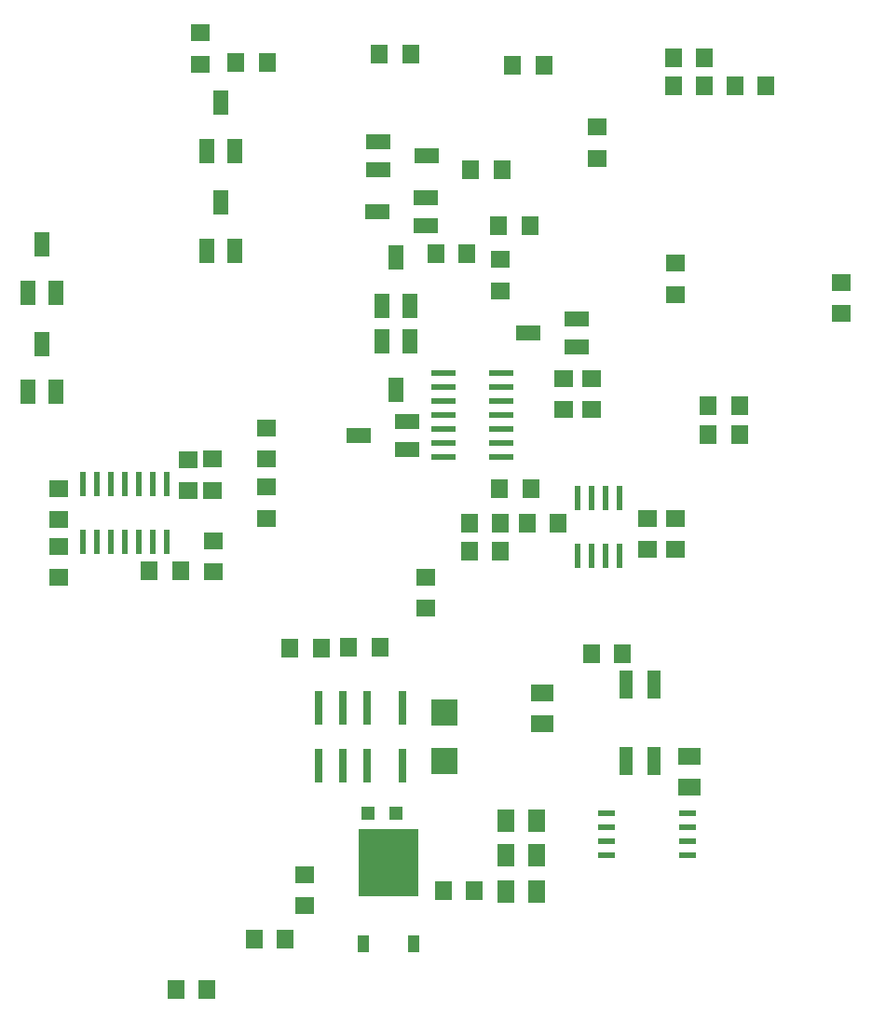
<source format=gbr>
G04 EAGLE Gerber X2 export*
%TF.Part,Single*%
%TF.FileFunction,Paste,Top*%
%TF.FilePolarity,Positive*%
%TF.GenerationSoftware,Autodesk,EAGLE,9.2.2*%
%TF.CreationDate,2019-01-08T14:26:45Z*%
G75*
%MOMM*%
%FSLAX34Y34*%
%LPD*%
%INSolderpaste Top*%
%AMOC8*
5,1,8,0,0,1.08239X$1,22.5*%
G01*
%ADD10R,1.600000X1.800000*%
%ADD11R,1.800000X1.600000*%
%ADD12R,0.600000X2.200000*%
%ADD13R,2.200000X0.600000*%
%ADD14R,0.800000X3.100000*%
%ADD15R,1.270000X2.540000*%
%ADD16R,1.600000X1.803000*%
%ADD17R,1.320800X2.184400*%
%ADD18R,1.803000X1.600000*%
%ADD19R,2.184400X1.320800*%
%ADD20R,2.000000X1.600000*%
%ADD21R,1.600000X2.000000*%
%ADD22R,1.000000X1.600000*%
%ADD23R,5.400000X6.200000*%
%ADD24R,1.549400X0.533400*%
%ADD25R,2.400000X2.400000*%
%ADD26R,1.270000X1.270000*%


D10*
X534890Y460470D03*
X506890Y460470D03*
X565390Y341550D03*
X593390Y341550D03*
X287050Y82550D03*
X259050Y82550D03*
X430500Y127000D03*
X458500Y127000D03*
D11*
X304800Y113000D03*
X304800Y141000D03*
D12*
X116220Y443900D03*
X116220Y495900D03*
X103520Y443900D03*
X128920Y443900D03*
X141620Y443900D03*
X103520Y495900D03*
X128920Y495900D03*
X141620Y495900D03*
X167020Y443900D03*
X167020Y495900D03*
X154320Y443900D03*
X179720Y443900D03*
X154320Y495900D03*
X179720Y495900D03*
D13*
X483200Y533400D03*
X431200Y533400D03*
X483200Y520700D03*
X483200Y546100D03*
X483200Y558800D03*
X431200Y520700D03*
X431200Y546100D03*
X431200Y558800D03*
X483200Y584200D03*
X431200Y584200D03*
X483200Y571500D03*
X483200Y596900D03*
X431200Y571500D03*
X431200Y596900D03*
D12*
X577850Y483200D03*
X577850Y431200D03*
X590550Y483200D03*
X565150Y483200D03*
X552450Y483200D03*
X590550Y431200D03*
X565150Y431200D03*
X552450Y431200D03*
D14*
X393600Y293200D03*
X361600Y293200D03*
X339600Y293200D03*
X317600Y293200D03*
X393600Y240200D03*
X361600Y240200D03*
X339600Y240200D03*
X317600Y240200D03*
D15*
X596900Y244400D03*
X622300Y244400D03*
X622300Y314400D03*
X596900Y314400D03*
D16*
X454140Y460470D03*
X482580Y460470D03*
X522220Y876490D03*
X493780Y876490D03*
X639830Y882650D03*
X668270Y882650D03*
X401030Y886260D03*
X372590Y886260D03*
X484120Y781050D03*
X455680Y781050D03*
D17*
X374620Y657450D03*
X387350Y701450D03*
X400080Y657450D03*
D16*
X668270Y857250D03*
X639830Y857250D03*
D18*
X570150Y820290D03*
X570150Y791850D03*
X482600Y671580D03*
X482600Y700020D03*
D16*
X509520Y730250D03*
X481080Y730250D03*
D18*
X641350Y696370D03*
X641350Y667930D03*
X792270Y679260D03*
X792270Y650820D03*
D19*
X551940Y620540D03*
X507940Y633270D03*
X551940Y646000D03*
X414430Y730220D03*
X370430Y742950D03*
X414430Y755680D03*
D17*
X400080Y625250D03*
X387350Y581250D03*
X374620Y625250D03*
D18*
X221710Y444770D03*
X221710Y416330D03*
D16*
X163390Y417370D03*
X191830Y417370D03*
D17*
X53310Y579440D03*
X66040Y623440D03*
X78770Y579440D03*
X53310Y669819D03*
X66040Y713819D03*
X78770Y669819D03*
D18*
X81390Y411230D03*
X81390Y439670D03*
X641350Y436630D03*
X641350Y465070D03*
D16*
X423930Y704850D03*
X452370Y704850D03*
D17*
X215870Y707900D03*
X228600Y751900D03*
X241330Y707900D03*
X215870Y798420D03*
X228600Y842420D03*
X241330Y798420D03*
D18*
X269930Y518640D03*
X269930Y547080D03*
D16*
X291360Y346930D03*
X319800Y346930D03*
D19*
X397920Y527020D03*
X353920Y539750D03*
X397920Y552480D03*
D20*
X520700Y278100D03*
X520700Y306100D03*
D16*
X454310Y435390D03*
X482750Y435390D03*
D18*
X615950Y436630D03*
X615950Y465070D03*
D16*
X481860Y491410D03*
X510300Y491410D03*
D21*
X515650Y190500D03*
X487650Y190500D03*
D18*
X565150Y592070D03*
X565150Y563630D03*
D16*
X700020Y541290D03*
X671580Y541290D03*
X700020Y566880D03*
X671580Y566880D03*
D21*
X487650Y158750D03*
X515650Y158750D03*
D20*
X654050Y248950D03*
X654050Y220950D03*
D16*
X372970Y347730D03*
X344530Y347730D03*
D18*
X539750Y563630D03*
X539750Y592070D03*
X81390Y492010D03*
X81390Y463570D03*
X269620Y464670D03*
X269620Y493110D03*
X220590Y490250D03*
X220590Y518690D03*
X198840Y490010D03*
X198840Y518450D03*
X209550Y877320D03*
X209550Y905760D03*
D22*
X358200Y79000D03*
X403800Y79000D03*
D23*
X381000Y152000D03*
D24*
X578866Y196850D03*
X578866Y184150D03*
X578866Y171450D03*
X578866Y158750D03*
X653034Y158750D03*
X653034Y171450D03*
X653034Y184150D03*
X653034Y196850D03*
D19*
X371700Y806480D03*
X415700Y793750D03*
X371700Y781020D03*
D25*
X431800Y288700D03*
X431800Y244700D03*
D26*
X361950Y196850D03*
X387350Y196850D03*
D16*
X242320Y878840D03*
X270760Y878840D03*
X724140Y857780D03*
X695700Y857780D03*
D10*
X187720Y36960D03*
X215720Y36960D03*
D21*
X515904Y126365D03*
X487904Y126365D03*
D18*
X414665Y383165D03*
X414665Y411605D03*
M02*

</source>
